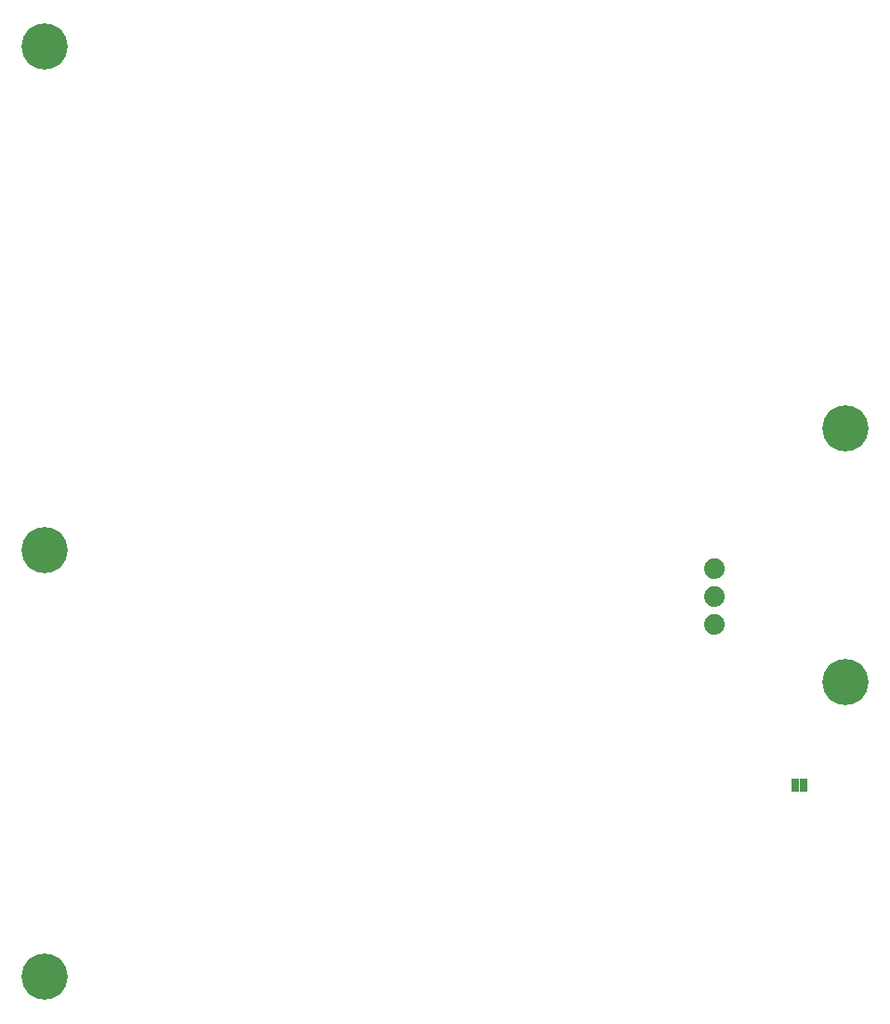
<source format=gbp>
G04 MADE WITH FRITZING*
G04 WWW.FRITZING.ORG*
G04 DOUBLE SIDED*
G04 HOLES PLATED*
G04 CONTOUR ON CENTER OF CONTOUR VECTOR*
%ASAXBY*%
%FSLAX23Y23*%
%MOIN*%
%OFA0B0*%
%SFA1.0B1.0*%
%ADD10C,0.074000*%
%ADD11C,0.165354*%
%ADD12R,0.025000X0.050000*%
%ADD13R,0.001000X0.001000*%
%LNPASTEMASK0*%
G90*
G70*
G54D10*
X2593Y1778D03*
X2593Y1678D03*
X2593Y1578D03*
G54D11*
X3065Y2283D03*
X3065Y1373D03*
G54D10*
X2593Y1778D03*
X2593Y1678D03*
X2593Y1578D03*
G54D11*
X3065Y2283D03*
X3065Y1373D03*
X190Y315D03*
X190Y3650D03*
X190Y1845D03*
X190Y315D03*
X190Y3650D03*
X190Y1845D03*
G54D12*
X2916Y1003D03*
X2884Y1003D03*
G54D13*
D02*
G04 End of PasteMask0*
M02*
</source>
